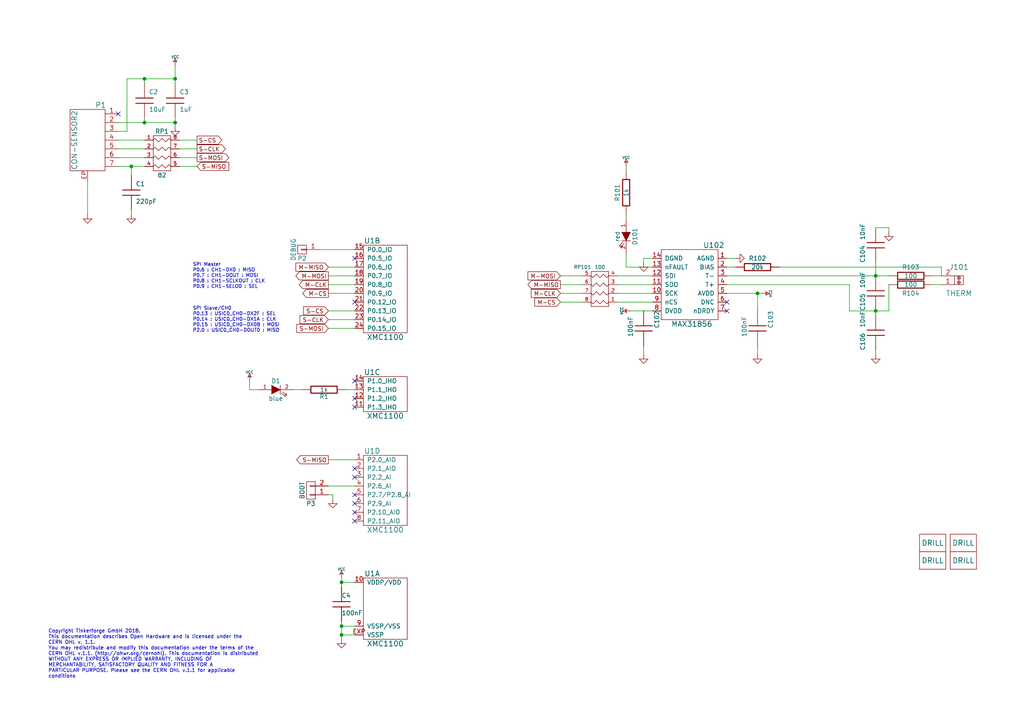
<source format=kicad_sch>
(kicad_sch (version 20211123) (generator eeschema)
  (paper "A4")
  (title_block (title "Thermocouple 2.0") (date "2018-01-15") (rev "1.0") (company "Tinkerforge GmbH") (comment 1 "Licensed under CERN OHL v.1.1") (comment 2 "Copyright (©) 2018, L.Lauer <lukas@tinkerforge.com>"))
  (lib_symbols
    (symbol "tinkerforge:AKL_5_2" (pin_names (offset 1.016) hide)
      (property "Reference" "J" (at 2.54 -0.127 0))
      (property "Value" "AKL_5_2" (at -0.381 -2.54 0))
      (symbol "AKL_5_2_0_1"
        (rectangle (start -1.27 1.27) (end 1.27 -1.27))
        (circle (center 0 -0.635) (radius 0.4572))
        (polyline (pts (xy -0.381 -0.635) (xy 0.381 -0.635) (xy 0.381 -0.635)))
        (polyline (pts (xy -0.381 0.635) (xy 0.381 0.635) (xy 0.381 0.635)))
        (polyline (pts (xy 0 -0.254) (xy 0 -1.016) (xy 0 -1.016)))
        (polyline (pts (xy 0 1.016) (xy 0 0.254) (xy 0 0.254)))
        (circle (center 0 0.635) (radius 0.4572))
      )
      (symbol "AKL_5_2_1_1"
        (pin passive line (at -5.08 1.27 0) (length 3.81) (name "~") (number "1"))
        (pin passive line (at -5.08 -1.27 0) (length 3.81) (name "~") (number "2"))
      )
    )
    (symbol "tinkerforge:C" (pin_numbers hide) (pin_names (offset 0.254))
      (property "Reference" "C" (at 1.27 2.54 0))
      (property "Value" "C" (at 1.27 -2.54 0))
      (symbol "C_0_1"
        (polyline (pts (xy -2.54 -0.762) (xy 2.54 -0.762)) (stroke (width 0.254)))
        (polyline (pts (xy -2.54 0.762) (xy 2.54 0.762)) (stroke (width 0.254)))
      )
      (symbol "C_1_1"
        (pin passive line (at 0 5.08 270) (length 4.318) (name "~") (number "1"))
        (pin passive line (at 0 -5.08 90) (length 4.318) (name "~") (number "2"))
      )
    )
    (symbol "tinkerforge:CON-SENSOR2" (pin_names (offset 1.016))
      (property "Reference" "P" (at -3.81 10.16 0))
      (property "Value" "CON-SENSOR2" (at 3.81 0 90))
      (symbol "CON-SENSOR2_0_1"
        (rectangle (start -5.08 8.89) (end 5.08 -8.89))
      )
      (symbol "CON-SENSOR2_1_1"
        (pin passive line (at -8.89 7.62 0) (length 3.81) (name "~") (number "1"))
        (pin passive line (at -8.89 5.08 0) (length 3.81) (name "~") (number "2"))
        (pin passive line (at -8.89 2.54 0) (length 3.81) (name "~") (number "3"))
        (pin passive line (at -8.89 0 0) (length 3.81) (name "~") (number "4"))
        (pin passive line (at -8.89 -2.54 0) (length 3.81) (name "~") (number "5"))
        (pin passive line (at -8.89 -5.08 0) (length 3.81) (name "~") (number "6"))
        (pin passive line (at -8.89 -7.62 0) (length 3.81) (name "~") (number "7"))
        (pin passive line (at 0 -11.43 90) (length 2.54) (name "~") (number "EP"))
      )
    )
    (symbol "tinkerforge:CONN_01X01" (pin_names (offset 1.016) hide)
      (property "Reference" "P" (at 0 2.54 0))
      (property "Value" "CONN_01X01" (at 2.54 0 90))
      (symbol "CONN_01X01_0_1"
        (rectangle (start -1.27 0.127) (end 0.254 -0.127))
        (rectangle (start -1.27 1.27) (end 1.27 -1.27))
      )
      (symbol "CONN_01X01_1_1"
        (pin passive line (at -5.08 0 0) (length 3.81) (name "P1") (number "1"))
      )
    )
    (symbol "tinkerforge:CONN_01X02" (pin_names (offset 1.016) hide)
      (property "Reference" "P" (at 0 3.81 0))
      (property "Value" "CONN_01X02" (at 2.54 0 90))
      (symbol "CONN_01X02_0_1"
        (rectangle (start -1.27 -1.143) (end 0.254 -1.397))
        (rectangle (start -1.27 1.397) (end 0.254 1.143))
        (rectangle (start -1.27 2.54) (end 1.27 -2.54))
      )
      (symbol "CONN_01X02_1_1"
        (pin passive line (at -5.08 1.27 0) (length 3.81) (name "P1") (number "1"))
        (pin passive line (at -5.08 -1.27 0) (length 3.81) (name "P2") (number "2"))
      )
    )
    (symbol "tinkerforge:DRILL" (pin_numbers hide) (pin_names (offset 0) hide)
      (property "Value" "DRILL" (at 0 0 0))
      (symbol "DRILL_0_1"
        (rectangle (start -3.81 2.54) (end 3.81 -2.54))
      )
    )
    (symbol "tinkerforge:GND" (power) (pin_names (offset 0))
      (property "Value" "GND" (at 0 -5.08 0))
      (symbol "GND_0_1"
        (polyline (pts (xy 0 0) (xy 0 -1.27) (xy 1.27 -1.27) (xy 0 -2.54) (xy -1.27 -1.27) (xy 0 -1.27)))
      )
      (symbol "GND_1_1"
        (pin power_in line (at 0 0 270) (length 0) hide (name "GND") (number "1"))
      )
    )
    (symbol "tinkerforge:LED" (pin_names (offset 1.016) hide)
      (property "Reference" "D" (at 0 2.54 0))
      (property "Value" "LED" (at 0 -2.54 0))
      (symbol "LED_0_1"
        (polyline (pts (xy 1.27 1.27) (xy 1.27 -1.27)))
        (polyline (pts (xy -1.27 1.27) (xy 1.27 0) (xy -1.27 -1.27)) (fill (type outline)))
        (polyline (pts (xy 1.651 -1.016) (xy 2.794 -2.032) (xy 2.667 -1.397)))
        (polyline (pts (xy 2.032 -0.635) (xy 3.175 -1.651) (xy 3.048 -1.016)))
      )
      (symbol "LED_1_1"
        (pin passive line (at -5.08 0 0) (length 3.81) (name "A") (number "1"))
        (pin passive line (at 5.08 0 180) (length 3.81) (name "K") (number "2"))
      )
    )
    (symbol "tinkerforge:MAX31856" (pin_names (offset 1.016))
      (property "Reference" "U" (at -6.35 10.16 0))
      (property "Value" "MAX31856" (at 0 -12.7 0))
      (symbol "MAX31856_0_1"
        (rectangle (start -7.62 8.89) (end 8.89 -11.43))
      )
      (symbol "MAX31856_1_1"
        (pin input line (at -10.16 6.35 0) (length 2.54) (name "AGND") (number "1"))
        (pin input line (at 11.43 -3.81 180) (length 2.54) (name "SCK") (number "10"))
        (pin input line (at 11.43 -1.27 180) (length 2.54) (name "SDO") (number "11"))
        (pin input line (at 11.43 1.27 180) (length 2.54) (name "SDI") (number "12"))
        (pin input line (at 11.43 3.81 180) (length 2.54) (name "nFAULT") (number "13"))
        (pin input line (at 11.43 6.35 180) (length 2.54) (name "DGND") (number "14"))
        (pin input line (at -10.16 3.81 0) (length 2.54) (name "BIAS") (number "2"))
        (pin input line (at -10.16 1.27 0) (length 2.54) (name "T-") (number "3"))
        (pin input line (at -10.16 -1.27 0) (length 2.54) (name "T+") (number "4"))
        (pin input line (at -10.16 -3.81 0) (length 2.54) (name "AVDD") (number "5"))
        (pin input line (at -10.16 -6.35 0) (length 2.54) (name "DNC") (number "6"))
        (pin input line (at -10.16 -8.89 0) (length 2.54) (name "nDRDY") (number "7"))
        (pin input line (at 11.43 -8.89 180) (length 2.54) (name "DVDD") (number "8"))
        (pin input line (at 11.43 -6.35 180) (length 2.54) (name "nCS") (number "9"))
      )
    )
    (symbol "tinkerforge:R" (pin_numbers hide) (pin_names (offset 0))
      (property "Reference" "R" (at 2.032 0 90))
      (property "Value" "R" (at 0 0 90))
      (symbol "R_0_1"
        (rectangle (start -1.016 3.81) (end 1.016 -3.81) (stroke (width 0.3048)))
      )
      (symbol "R_1_1"
        (pin passive line (at 0 6.35 270) (length 2.54) (name "~") (number "1"))
        (pin passive line (at 0 -6.35 90) (length 2.54) (name "~") (number "2"))
      )
    )
    (symbol "tinkerforge:R_PACK4" (pin_names hide)
      (property "Reference" "RP" (at 0 11.43 0))
      (property "Value" "R_PACK4" (at 0 -1.27 0))
      (symbol "R_PACK4_0_1"
        (polyline (pts (xy -2.54 10.16) (xy -2.54 0) (xy 2.54 0) (xy 2.54 10.16) (xy -2.54 10.16)))
        (polyline (pts (xy -2.54 1.27) (xy -2.032 1.778) (xy -1.016 0.762) (xy 0 1.778) (xy 1.016 0.762) (xy 2.032 1.778) (xy 2.54 1.27)))
        (polyline (pts (xy -2.54 3.81) (xy -2.032 4.318) (xy -1.016 3.302) (xy 0 4.318) (xy 1.016 3.302) (xy 2.032 4.318) (xy 2.54 3.81)))
        (polyline (pts (xy -2.54 6.35) (xy -2.032 6.858) (xy -1.016 5.842) (xy 0 6.858) (xy 1.016 5.842) (xy 2.032 6.858) (xy 2.54 6.35)))
        (polyline (pts (xy -2.54 8.89) (xy -2.032 9.398) (xy -1.016 8.382) (xy 0 9.398) (xy 1.016 8.382) (xy 2.032 9.398) (xy 2.54 8.89)))
      )
      (symbol "R_PACK4_1_1"
        (pin passive line (at -5.08 8.89 0) (length 2.54) (name "P1") (number "1"))
        (pin passive line (at -5.08 6.35 0) (length 2.54) (name "P2") (number "2"))
        (pin passive line (at -5.08 3.81 0) (length 2.54) (name "P3") (number "3"))
        (pin passive line (at -5.08 1.27 0) (length 2.54) (name "P4") (number "4"))
        (pin passive line (at 5.08 1.27 180) (length 2.54) (name "R4") (number "5"))
        (pin passive line (at 5.08 3.81 180) (length 2.54) (name "R3") (number "6"))
        (pin passive line (at 5.08 6.35 180) (length 2.54) (name "R2") (number "7"))
        (pin passive line (at 5.08 8.89 180) (length 2.54) (name "R1") (number "8"))
      )
    )
    (symbol "tinkerforge:VCC" (power) (pin_names (offset 0))
      (property "Value" "VCC" (at 0 3.175 0))
      (symbol "VCC_0_0"
        (pin power_in line (at 0 0 90) (length 0) hide (name "VCC") (number "1"))
      )
      (symbol "VCC_0_1"
        (polyline (pts (xy 0 1.524) (xy 0 0)))
        (polyline (pts (xy 0 1.524) (xy 0.508 1.016) (xy 0 2.286) (xy -0.508 1.016) (xy 0 1.524) (xy 0 1.524)))
      )
    )
    (symbol "tinkerforge:XMC1XXX24" (pin_names (offset 1.016))
      (property "Reference" "U" (at -3.81 15.24 0))
      (property "Value" "XMC1XXX24" (at 0 -16.51 0))
      (symbol "XMC1XXX24_1_1"
        (rectangle (start -6.35 8.89) (end 6.35 -8.89))
        (pin passive line (at -8.89 7.62 0) (length 2.54) (name "VDDP/VDD") (number "10"))
        (pin passive line (at -8.89 -5.08 0) (length 2.54) (name "VSSP/VSS") (number "9"))
        (pin passive line (at -8.89 -7.62 0) (length 2.54) (name "VSSP") (number "EXP"))
      )
      (symbol "XMC1XXX24_2_1"
        (rectangle (start -6.35 12.7) (end 6.35 -12.7))
        (pin passive line (at -8.89 11.43 0) (length 2.54) (name "P0.0_IO") (number "15"))
        (pin passive line (at -8.89 8.89 0) (length 2.54) (name "P0.5_IO") (number "16"))
        (pin passive line (at -8.89 6.35 0) (length 2.54) (name "P0.6_IO") (number "17"))
        (pin passive line (at -8.89 3.81 0) (length 2.54) (name "P0.7_IO") (number "18"))
        (pin passive line (at -8.89 1.27 0) (length 2.54) (name "P0.8_IO") (number "19"))
        (pin passive line (at -8.89 -1.27 0) (length 2.54) (name "P0.9_IO") (number "20"))
        (pin passive line (at -8.89 -3.81 0) (length 2.54) (name "P0.12_IO") (number "21"))
        (pin passive line (at -8.89 -6.35 0) (length 2.54) (name "P0.13_IO") (number "22"))
        (pin passive line (at -8.89 -8.89 0) (length 2.54) (name "P0.14_IO") (number "23"))
        (pin passive line (at -8.89 -11.43 0) (length 2.54) (name "P0.15_IO") (number "24"))
      )
      (symbol "XMC1XXX24_3_1"
        (rectangle (start -6.35 5.08) (end 6.35 -5.08))
        (pin passive line (at -8.89 -3.81 0) (length 2.54) (name "P1.3_IHO") (number "11"))
        (pin passive line (at -8.89 -1.27 0) (length 2.54) (name "P1.2_IHO") (number "12"))
        (pin passive line (at -8.89 1.27 0) (length 2.54) (name "P1.1_IHO") (number "13"))
        (pin passive line (at -8.89 3.81 0) (length 2.54) (name "P1.0_IHO") (number "14"))
      )
      (symbol "XMC1XXX24_4_1"
        (rectangle (start -6.35 10.16) (end 6.35 -10.16))
        (pin passive line (at -8.89 8.89 0) (length 2.54) (name "P2.0_AIO") (number "1"))
        (pin passive line (at -8.89 6.35 0) (length 2.54) (name "P2.1_AIO") (number "2"))
        (pin passive line (at -8.89 3.81 0) (length 2.54) (name "P2.2_AI") (number "3"))
        (pin passive line (at -8.89 1.27 0) (length 2.54) (name "P2.6_AI") (number "4"))
        (pin passive line (at -8.89 -1.27 0) (length 2.54) (name "P2.7/P2.8_AI") (number "5"))
        (pin passive line (at -8.89 -3.81 0) (length 2.54) (name "P2.9_AI") (number "6"))
        (pin passive line (at -8.89 -6.35 0) (length 2.54) (name "P2.10_AIO") (number "7"))
        (pin passive line (at -8.89 -8.89 0) (length 2.54) (name "P2.11_AIO") (number "8"))
      )
    )
  )
  (junction (at 219.71 85.09))
  (junction (at 99.06 181.61))
  (junction (at 41.91 22.86))
  (junction (at 50.8 22.86))
  (junction (at 254 80.01))
  (junction (at 254 90.17))
  (junction (at 99.06 184.15))
  (junction (at 99.06 168.91))
  (junction (at 50.8 35.56))
  (junction (at 41.91 35.56))
  (junction (at 38.1 48.26))
  (no_connect (at 102.87 74.93))
  (no_connect (at 102.87 135.89))
  (no_connect (at 102.87 148.59))
  (no_connect (at 210.82 87.63))
  (no_connect (at 102.87 151.13))
  (no_connect (at 102.87 87.63))
  (no_connect (at 102.87 118.11))
  (no_connect (at 102.87 138.43))
  (no_connect (at 34.29 33.02))
  (no_connect (at 210.82 90.17))
  (no_connect (at 102.87 146.05))
  (no_connect (at 102.87 115.57))
  (no_connect (at 102.87 110.49))
  (no_connect (at 102.87 143.51))
  (wire (pts (xy 50.8 34.29) (xy 50.8 35.56)))
  (wire (pts (xy 254 102.87) (xy 254 101.6)))
  (wire (pts (xy 102.87 184.15) (xy 99.06 184.15)))
  (wire (pts (xy 99.06 184.15) (xy 99.06 181.61)))
  (wire (pts (xy 41.91 22.86) (xy 50.8 22.86)))
  (wire (pts (xy 102.87 92.71) (xy 95.25 92.71)))
  (wire (pts (xy 182.88 90.17) (xy 189.23 90.17)))
  (wire (pts (xy 179.07 80.01) (xy 189.23 80.01)))
  (wire (pts (xy 254 66.04) (xy 257.81 66.04)))
  (wire (pts (xy 257.81 66.04) (xy 257.81 67.31)))
  (wire (pts (xy 219.71 85.09) (xy 219.71 90.17)))
  (wire (pts (xy 273.05 80.01) (xy 270.51 80.01)))
  (wire (pts (xy 34.29 45.72) (xy 41.91 45.72)))
  (wire (pts (xy 189.23 87.63) (xy 179.07 87.63)))
  (wire (pts (xy 186.69 74.93) (xy 186.69 76.2)))
  (wire (pts (xy 102.87 181.61) (xy 99.06 181.61)))
  (wire (pts (xy 36.83 38.1) (xy 36.83 22.86)))
  (wire (pts (xy 254 91.44) (xy 254 90.17)))
  (wire (pts (xy 57.15 43.18) (xy 52.07 43.18)))
  (wire (pts (xy 99.06 170.18) (xy 99.06 168.91)))
  (wire (pts (xy 210.82 82.55) (xy 246.38 82.55)))
  (wire (pts (xy 57.15 48.26) (xy 52.07 48.26)))
  (wire (pts (xy 38.1 48.26) (xy 34.29 48.26)))
  (wire (pts (xy 181.61 77.47) (xy 181.61 73.66)))
  (wire (pts (xy 95.25 95.25) (xy 102.87 95.25)))
  (wire (pts (xy 95.25 143.51) (xy 96.52 143.51)))
  (wire (pts (xy 254 80.01) (xy 257.81 80.01)))
  (wire (pts (xy 168.91 82.55) (xy 162.56 82.55)))
  (wire (pts (xy 34.29 38.1) (xy 36.83 38.1)))
  (wire (pts (xy 41.91 48.26) (xy 38.1 48.26)))
  (wire (pts (xy 96.52 143.51) (xy 96.52 144.78)))
  (wire (pts (xy 36.83 22.86) (xy 41.91 22.86)))
  (wire (pts (xy 162.56 85.09) (xy 168.91 85.09)))
  (wire (pts (xy 99.06 168.91) (xy 99.06 167.64)))
  (wire (pts (xy 179.07 85.09) (xy 189.23 85.09)))
  (wire (pts (xy 95.25 90.17) (xy 102.87 90.17)))
  (wire (pts (xy 168.91 87.63) (xy 162.56 87.63)))
  (wire (pts (xy 41.91 34.29) (xy 41.91 35.56)))
  (wire (pts (xy 210.82 74.93) (xy 213.36 74.93)))
  (wire (pts (xy 273.05 77.47) (xy 273.05 80.01)))
  (wire (pts (xy 72.39 113.03) (xy 72.39 110.49)))
  (wire (pts (xy 95.25 82.55) (xy 102.87 82.55)))
  (wire (pts (xy 102.87 85.09) (xy 95.25 85.09)))
  (wire (pts (xy 181.61 49.53) (xy 181.61 48.26)))
  (wire (pts (xy 38.1 50.8) (xy 38.1 48.26)))
  (wire (pts (xy 34.29 43.18) (xy 41.91 43.18)))
  (wire (pts (xy 210.82 85.09) (xy 219.71 85.09)))
  (wire (pts (xy 257.81 90.17) (xy 257.81 82.55)))
  (wire (pts (xy 186.69 100.33) (xy 186.69 102.87)))
  (wire (pts (xy 162.56 80.01) (xy 168.91 80.01)))
  (wire (pts (xy 189.23 82.55) (xy 179.07 82.55)))
  (wire (pts (xy 38.1 60.96) (xy 38.1 62.23)))
  (wire (pts (xy 34.29 35.56) (xy 41.91 35.56)))
  (wire (pts (xy 189.23 77.47) (xy 181.61 77.47)))
  (wire (pts (xy 50.8 22.86) (xy 50.8 24.13)))
  (wire (pts (xy 102.87 168.91) (xy 99.06 168.91)))
  (wire (pts (xy 34.29 40.64) (xy 41.91 40.64)))
  (wire (pts (xy 270.51 82.55) (xy 273.05 82.55)))
  (wire (pts (xy 254 80.01) (xy 254 76.2)))
  (wire (pts (xy 219.71 85.09) (xy 220.98 85.09)))
  (wire (pts (xy 95.25 77.47) (xy 102.87 77.47)))
  (wire (pts (xy 246.38 82.55) (xy 246.38 90.17)))
  (wire (pts (xy 99.06 181.61) (xy 99.06 180.34)))
  (wire (pts (xy 74.93 113.03) (xy 72.39 113.03)))
  (wire (pts (xy 246.38 90.17) (xy 254 90.17)))
  (wire (pts (xy 95.25 133.35) (xy 102.87 133.35)))
  (wire (pts (xy 41.91 24.13) (xy 41.91 22.86)))
  (wire (pts (xy 254 90.17) (xy 257.81 90.17)))
  (wire (pts (xy 213.36 77.47) (xy 210.82 77.47)))
  (wire (pts (xy 181.61 62.23) (xy 181.61 63.5)))
  (wire (pts (xy 92.71 72.39) (xy 102.87 72.39)))
  (wire (pts (xy 219.71 100.33) (xy 219.71 102.87)))
  (wire (pts (xy 102.87 80.01) (xy 95.25 80.01)))
  (wire (pts (xy 95.25 140.97) (xy 102.87 140.97)))
  (wire (pts (xy 226.06 77.47) (xy 273.05 77.47)))
  (wire (pts (xy 25.4 52.07) (xy 25.4 62.23)))
  (wire (pts (xy 52.07 45.72) (xy 57.15 45.72)))
  (wire (pts (xy 99.06 185.42) (xy 99.06 184.15)))
  (wire (pts (xy 50.8 19.05) (xy 50.8 22.86)))
  (wire (pts (xy 50.8 35.56) (xy 50.8 36.83)))
  (wire (pts (xy 52.07 40.64) (xy 57.15 40.64)))
  (wire (pts (xy 210.82 80.01) (xy 254 80.01)))
  (wire (pts (xy 102.87 113.03) (xy 100.33 113.03)))
  (wire (pts (xy 41.91 35.56) (xy 50.8 35.56)))
  (wire (pts (xy 189.23 74.93) (xy 186.69 74.93)))
  (wire (pts (xy 87.63 113.03) (xy 85.09 113.03)))
  (text "Copyright Tinkerforge GmbH 2018.\nThis documentation describes Open Hardware and is licensed under the\nCERN OHL v. 1.1.\nYou may redistribute and modify this documentation under the terms of the\nCERN OHL v.1.1. (http://ohwr.org/cernohl). This documentation is distributed\nWITHOUT ANY EXPRESS OR IMPLIED WARRANTY, INCLUDING OF\nMERCHANTABILITY, SATISFACTORY QUALITY AND FITNESS FOR A\nPARTICULAR PURPOSE. Please see the CERN OHL v.1.1 for applicable\nconditions\n" (at 13.97 196.85 0) (effects (font (size 1.016 1.016)) (justify left bottom)))
  (text "SPI Slave/CH0\nP0.13 : USIC0_CH0-DX2F : SEL\nP0.14 : USIC0_CH0-DX1A : CLK\nP0.15 : USIC0_CH0-DX0B : MOSI\nP2.0 : USIC0_CH0-DOUT0 : MISO" (at 55.88 96.52 0) (effects (font (size 0.9906 0.9906)) (justify left bottom)))
  (text "SPI Master\nP0.6 : CH1-DX0 : MISO\nP0.7 : CH1-DOUT : MOSI\nP0.8 : CH1-SCLKOUT : CLK\nP0.9 : CH1-SELO0 : SEL" (at 55.88 83.82 0) (effects (font (size 0.9906 0.9906)) (justify left bottom)))
  (global_label "S-MISO" (shape input) (at 57.15 48.26 0) (effects (font (size 1.1938 1.1938))) (property "Intersheet References" "${INTERSHEET_REFS}" (effects hide)))
  (global_label "S-MISO" (shape output) (at 95.25 133.35 180) (effects (font (size 1.1938 1.1938))) (property "Intersheet References" "${INTERSHEET_REFS}" (effects hide)))
  (global_label "M-CS" (shape input) (at 162.56 87.63 180) (effects (font (size 1.1938 1.1938))) (property "Intersheet References" "${INTERSHEET_REFS}" (effects hide)))
  (global_label "S-MOSI" (shape output) (at 57.15 45.72 0) (effects (font (size 1.1938 1.1938))) (property "Intersheet References" "${INTERSHEET_REFS}" (effects hide)))
  (global_label "M-CS" (shape output) (at 95.25 85.09 180) (effects (font (size 1.1938 1.1938))) (property "Intersheet References" "${INTERSHEET_REFS}" (effects hide)))
  (global_label "M-MISO" (shape output) (at 162.56 82.55 180) (effects (font (size 1.1938 1.1938))) (property "Intersheet References" "${INTERSHEET_REFS}" (effects hide)))
  (global_label "M-MOSI" (shape input) (at 162.56 80.01 180) (effects (font (size 1.1938 1.1938))) (property "Intersheet References" "${INTERSHEET_REFS}" (effects hide)))
  (global_label "S-CS" (shape output) (at 57.15 40.64 0) (effects (font (size 1.1938 1.1938))) (property "Intersheet References" "${INTERSHEET_REFS}" (effects hide)))
  (global_label "S-CLK" (shape output) (at 57.15 43.18 0) (effects (font (size 1.1938 1.1938))) (property "Intersheet References" "${INTERSHEET_REFS}" (effects hide)))
  (global_label "M-MOSI" (shape output) (at 95.25 80.01 180) (effects (font (size 1.1938 1.1938))) (property "Intersheet References" "${INTERSHEET_REFS}" (effects hide)))
  (global_label "S-CS" (shape input) (at 95.25 90.17 180) (effects (font (size 1.1938 1.1938))) (property "Intersheet References" "${INTERSHEET_REFS}" (effects hide)))
  (global_label "M-MISO" (shape input) (at 95.25 77.47 180) (effects (font (size 1.1938 1.1938))) (property "Intersheet References" "${INTERSHEET_REFS}" (effects hide)))
  (global_label "S-CLK" (shape input) (at 95.25 92.71 180) (effects (font (size 1.1938 1.1938))) (property "Intersheet References" "${INTERSHEET_REFS}" (effects hide)))
  (global_label "M-CLK" (shape input) (at 162.56 85.09 180) (effects (font (size 1.1938 1.1938))) (property "Intersheet References" "${INTERSHEET_REFS}" (effects hide)))
  (global_label "M-CLK" (shape output) (at 95.25 82.55 180) (effects (font (size 1.1938 1.1938))) (property "Intersheet References" "${INTERSHEET_REFS}" (effects hide)))
  (global_label "S-MOSI" (shape input) (at 95.25 95.25 180) (effects (font (size 1.1938 1.1938))) (property "Intersheet References" "${INTERSHEET_REFS}" (effects hide)))
  (symbol (lib_id "tinkerforge:GND") (at 50.8 36.83 0) (unit 1)
    (property "Reference" "#PWR02" (effects hide))
    (property "Value" "GND" (effects hide))
  )
  (symbol (lib_id "tinkerforge:VCC") (at 50.8 19.05 0) (unit 1)
    (property "Reference" "#PWR01" (effects hide))
    (property "Value" "VCC" (at 50.8 16.51 0) (effects (font (size 0.762 0.762))))
  )
  (symbol (lib_id "tinkerforge:DRILL") (at 279.4 157.48 0) (unit 1)
    (property "Reference" "U105" (effects hide))
    (property "Value" "DRILL" (at 279.4 157.48 0) (effects (font (size 1.524 1.524))))
    (property "Footprint" "kicad-libraries:DRILL_NP" (effects hide))
  )
  (symbol (lib_id "tinkerforge:DRILL") (at 279.4 162.56 0) (unit 1)
    (property "Reference" "U106" (effects hide))
    (property "Value" "DRILL" (at 279.4 162.56 0) (effects (font (size 1.524 1.524))))
    (property "Footprint" "kicad-libraries:DRILL_NP" (effects hide))
  )
  (symbol (lib_id "tinkerforge:DRILL") (at 270.51 162.56 0) (unit 1)
    (property "Reference" "U104" (effects hide))
    (property "Value" "DRILL" (at 270.51 162.56 0) (effects (font (size 1.524 1.524))))
    (property "Footprint" "kicad-libraries:DRILL_NP" (effects hide))
  )
  (symbol (lib_id "tinkerforge:DRILL") (at 270.51 157.48 0) (unit 1)
    (property "Reference" "U103" (effects hide))
    (property "Value" "DRILL" (at 270.51 157.48 0) (effects (font (size 1.524 1.524))))
    (property "Footprint" "kicad-libraries:DRILL_NP" (effects hide))
  )
  (symbol (lib_id "tinkerforge:R_PACK4") (at 173.99 78.74 180) (unit 1)
    (property "Reference" "RP101" (at 168.91 77.47 0) (effects (font (size 1.016 1.016))))
    (property "Value" "100" (at 173.99 77.47 0) (effects (font (size 1.016 1.016))))
    (property "Footprint" "kicad-libraries:0603X4" (effects hide))
  )
  (symbol (lib_id "tinkerforge:MAX31856") (at 200.66 81.28 0) (mirror y) (unit 1)
    (property "Reference" "U102" (at 207.01 71.12 0) (effects (font (size 1.524 1.524))))
    (property "Value" "MAX31856" (at 200.66 93.98 0) (effects (font (size 1.524 1.524))))
    (property "Footprint" "kicad-libraries:TSSOP14" (effects hide))
  )
  (symbol (lib_id "tinkerforge:GND") (at 186.69 76.2 0) (unit 1)
    (property "Reference" "#PWR03" (effects hide))
    (property "Value" "GND" (effects hide))
  )
  (symbol (lib_id "tinkerforge:VCC") (at 182.88 90.17 90) (unit 1)
    (property "Reference" "#PWR04" (effects hide))
    (property "Value" "VCC" (at 180.34 90.17 0) (effects (font (size 0.762 0.762))))
  )
  (symbol (lib_id "tinkerforge:C") (at 186.69 95.25 0) (unit 1)
    (property "Reference" "C102" (at 190.5 95.25 90) (effects (justify left)))
    (property "Value" "100nF" (at 182.88 97.79 90) (effects (justify left)))
    (property "Footprint" "kicad-libraries:C0603F" (effects hide))
  )
  (symbol (lib_id "tinkerforge:GND") (at 186.69 102.87 0) (unit 1)
    (property "Reference" "#PWR05" (effects hide))
    (property "Value" "GND" (effects hide))
  )
  (symbol (lib_id "tinkerforge:GND") (at 213.36 74.93 90) (unit 1)
    (property "Reference" "#PWR06" (effects hide))
    (property "Value" "GND" (effects hide))
  )
  (symbol (lib_id "tinkerforge:AKL_5_2") (at 278.13 81.28 0) (mirror x) (unit 1)
    (property "Reference" "J101" (at 278.13 77.47 0) (effects (font (size 1.524 1.524))))
    (property "Value" "THERM" (at 278.13 85.09 0) (effects (font (size 1.524 1.524))))
    (property "Footprint" "kicad-libraries:PCC_SMP" (effects hide))
  )
  (symbol (lib_id "tinkerforge:R") (at 219.71 77.47 270) (unit 1)
    (property "Reference" "R102" (at 219.71 74.93 90))
    (property "Value" "20k" (at 219.71 77.47 90))
    (property "Footprint" "kicad-libraries:R1206" (effects hide))
  )
  (symbol (lib_id "tinkerforge:R") (at 264.16 80.01 270) (unit 1)
    (property "Reference" "R103" (at 264.16 77.47 90))
    (property "Value" "100" (at 264.16 80.01 90))
    (property "Footprint" "kicad-libraries:R1206" (effects hide))
  )
  (symbol (lib_id "tinkerforge:R") (at 264.16 82.55 270) (unit 1)
    (property "Reference" "R104" (at 264.16 85.09 90))
    (property "Value" "100" (at 264.16 82.55 90))
    (property "Footprint" "kicad-libraries:R1206" (effects hide))
  )
  (symbol (lib_id "tinkerforge:C") (at 254 71.12 180) (unit 1)
    (property "Reference" "C104" (at 250.19 71.12 90) (effects (justify left)))
    (property "Value" "10nF" (at 250.19 64.77 90) (effects (justify left)))
    (property "Footprint" "kicad-libraries:C0603F" (effects hide))
  )
  (symbol (lib_id "tinkerforge:GND") (at 257.81 67.31 0) (unit 1)
    (property "Reference" "#PWR07" (effects hide))
    (property "Value" "GND" (effects hide))
  )
  (symbol (lib_id "tinkerforge:C") (at 254 85.09 180) (unit 1)
    (property "Reference" "C105" (at 250.19 85.09 90) (effects (justify left)))
    (property "Value" "10nF" (at 250.19 78.74 90) (effects (justify left)))
    (property "Footprint" "kicad-libraries:C0603F" (effects hide))
  )
  (symbol (lib_id "tinkerforge:C") (at 254 96.52 180) (unit 1)
    (property "Reference" "C106" (at 250.19 96.52 90) (effects (justify left)))
    (property "Value" "10nF" (at 250.19 90.17 90) (effects (justify left)))
    (property "Footprint" "kicad-libraries:C0603F" (effects hide))
  )
  (symbol (lib_id "tinkerforge:GND") (at 254 102.87 0) (unit 1)
    (property "Reference" "#PWR08" (effects hide))
    (property "Value" "GND" (effects hide))
  )
  (symbol (lib_id "tinkerforge:VCC") (at 220.98 85.09 270) (unit 1)
    (property "Reference" "#PWR09" (effects hide))
    (property "Value" "VCC" (at 223.52 85.09 0) (effects (font (size 0.762 0.762))))
  )
  (symbol (lib_id "tinkerforge:C") (at 219.71 95.25 0) (unit 1)
    (property "Reference" "C103" (at 223.52 95.25 90) (effects (justify left)))
    (property "Value" "100nF" (at 215.9 97.79 90) (effects (justify left)))
    (property "Footprint" "kicad-libraries:C0603F" (effects hide))
  )
  (symbol (lib_id "tinkerforge:GND") (at 219.71 102.87 0) (unit 1)
    (property "Reference" "#PWR010" (effects hide))
    (property "Value" "GND" (effects hide))
  )
  (symbol (lib_id "tinkerforge:LED") (at 181.61 68.58 270) (unit 1)
    (property "Reference" "D101" (at 184.15 68.58 0))
    (property "Value" "red" (at 179.07 68.58 0))
    (property "Footprint" "kicad-libraries:D0603F" (effects hide))
  )
  (symbol (lib_id "tinkerforge:R") (at 181.61 55.88 180) (unit 1)
    (property "Reference" "R101" (at 179.07 55.88 90))
    (property "Value" "1k" (at 181.61 55.88 90))
    (property "Footprint" "kicad-libraries:R0603F" (effects hide))
  )
  (symbol (lib_id "tinkerforge:VCC") (at 181.61 48.26 0) (unit 1)
    (property "Reference" "#PWR011" (effects hide))
    (property "Value" "VCC" (at 181.61 45.72 0) (effects (font (size 0.762 0.762))))
  )
  (symbol (lib_id "tinkerforge:CON-SENSOR2") (at 25.4 40.64 0) (mirror y) (unit 1)
    (property "Reference" "P1" (at 29.21 30.48 0) (effects (font (size 1.524 1.524))))
    (property "Value" "CON-SENSOR2" (at 21.59 40.64 90) (effects (font (size 1.524 1.524))))
    (property "Footprint" "kicad-libraries:CON-SENSOR2" (effects hide))
  )
  (symbol (lib_id "tinkerforge:C") (at 41.91 29.21 0) (unit 1)
    (property "Reference" "C2" (at 43.18 26.67 0) (effects (justify left)))
    (property "Value" "10uF" (at 43.18 31.75 0) (effects (justify left)))
    (property "Footprint" "kicad-libraries:C0805" (effects hide))
  )
  (symbol (lib_id "tinkerforge:C") (at 50.8 29.21 0) (unit 1)
    (property "Reference" "C3" (at 52.07 26.67 0) (effects (justify left)))
    (property "Value" "1uF" (at 52.07 31.75 0) (effects (justify left)))
    (property "Footprint" "kicad-libraries:C0603F" (effects hide))
  )
  (symbol (lib_id "tinkerforge:R_PACK4") (at 46.99 49.53 0) (unit 1)
    (property "Reference" "RP1" (at 46.99 38.1 0))
    (property "Value" "82" (at 46.99 50.8 0))
    (property "Footprint" "kicad-libraries:4X0402" (effects hide))
  )
  (symbol (lib_id "tinkerforge:C") (at 38.1 55.88 0) (unit 1)
    (property "Reference" "C1" (at 39.37 53.34 0) (effects (justify left)))
    (property "Value" "220pF" (at 39.37 58.42 0) (effects (justify left)))
    (property "Footprint" "kicad-libraries:C0402F" (effects hide))
  )
  (symbol (lib_id "tinkerforge:GND") (at 38.1 62.23 0) (unit 1)
    (property "Reference" "#PWR012" (effects hide))
    (property "Value" "GND" (effects hide))
  )
  (symbol (lib_id "tinkerforge:GND") (at 25.4 62.23 0) (unit 1)
    (property "Reference" "#PWR013" (effects hide))
    (property "Value" "GND" (effects hide))
  )
  (symbol (lib_id "tinkerforge:XMC1XXX24") (at 111.76 176.53 0) (unit 1)
    (property "Reference" "U1" (at 107.95 166.37 0) (effects (font (size 1.524 1.524))))
    (property "Value" "XMC1100" (at 111.76 186.69 0) (effects (font (size 1.524 1.524))))
    (property "Footprint" "kicad-libraries:QFN24-4x4mm-0.5mm" (effects hide))
  )
  (symbol (lib_id "tinkerforge:XMC1XXX24") (at 111.76 114.3 0) (unit 3)
    (property "Reference" "U1" (at 107.95 107.95 0) (effects (font (size 1.524 1.524))))
    (property "Value" "XMC1100" (at 111.76 120.65 0) (effects (font (size 1.524 1.524))))
    (property "Footprint" "kicad-libraries:QFN24-4x4mm-0.5mm" (effects hide))
  )
  (symbol (lib_id "tinkerforge:XMC1XXX24") (at 111.76 83.82 0) (unit 2)
    (property "Reference" "U1" (at 107.95 69.85 0) (effects (font (size 1.524 1.524))))
    (property "Value" "XMC1100" (at 111.76 97.79 0) (effects (font (size 1.524 1.524))))
    (property "Footprint" "kicad-libraries:QFN24-4x4mm-0.5mm" (effects hide))
  )
  (symbol (lib_id "tinkerforge:XMC1XXX24") (at 111.76 142.24 0) (unit 4)
    (property "Reference" "U1" (at 107.95 130.81 0) (effects (font (size 1.524 1.524))))
    (property "Value" "XMC1100" (at 111.76 153.67 0) (effects (font (size 1.524 1.524))))
    (property "Footprint" "kicad-libraries:QFN24-4x4mm-0.5mm" (effects hide))
  )
  (symbol (lib_id "tinkerforge:CONN_01X01") (at 87.63 72.39 180) (unit 1)
    (property "Reference" "P2" (at 87.63 74.93 0))
    (property "Value" "DEBUG" (at 85.09 72.39 90))
    (property "Footprint" "kicad-libraries:DEBUG_PAD" (effects hide))
  )
  (symbol (lib_id "tinkerforge:CONN_01X02") (at 90.17 142.24 180) (unit 1)
    (property "Reference" "P3" (at 90.17 146.05 0))
    (property "Value" "BOOT" (at 87.63 142.24 90))
    (property "Footprint" "kicad-libraries:SolderJumper" (effects hide))
  )
  (symbol (lib_id "tinkerforge:GND") (at 96.52 144.78 0) (unit 1)
    (property "Reference" "#PWR014" (effects hide))
    (property "Value" "GND" (effects hide))
  )
  (symbol (lib_id "tinkerforge:R") (at 93.98 113.03 270) (unit 1)
    (property "Reference" "R1" (at 93.98 115.062 90))
    (property "Value" "1k" (at 93.98 113.03 90))
    (property "Footprint" "kicad-libraries:R0603F" (effects hide))
  )
  (symbol (lib_id "tinkerforge:LED") (at 80.01 113.03 0) (unit 1)
    (property "Reference" "D1" (at 80.01 110.49 0))
    (property "Value" "blue" (at 80.01 115.57 0))
    (property "Footprint" "kicad-libraries:D0603F" (effects hide))
  )
  (symbol (lib_id "tinkerforge:VCC") (at 72.39 110.49 0) (unit 1)
    (property "Reference" "#PWR015" (effects hide))
    (property "Value" "VCC" (at 72.39 107.95 0) (effects (font (size 0.762 0.762))))
  )
  (symbol (lib_id "tinkerforge:C") (at 99.06 175.26 0) (unit 1)
    (property "Reference" "C4" (at 99.06 172.72 0) (effects (justify left)))
    (property "Value" "100nF" (at 99.06 177.8 0) (effects (justify left)))
    (property "Footprint" "kicad-libraries:C0603F" (effects hide))
  )
  (symbol (lib_id "tinkerforge:VCC") (at 99.06 167.64 0) (unit 1)
    (property "Reference" "#PWR016" (effects hide))
    (property "Value" "VCC" (at 99.06 165.1 0) (effects (font (size 0.762 0.762))))
  )
  (symbol (lib_id "tinkerforge:GND") (at 99.06 185.42 0) (unit 1)
    (property "Reference" "#PWR017" (effects hide))
    (property "Value" "GND" (effects hide))
  )
)
</source>
